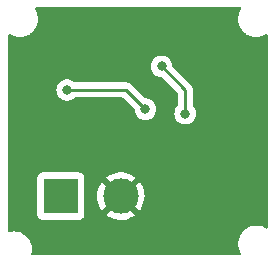
<source format=gbr>
G04 #@! TF.GenerationSoftware,KiCad,Pcbnew,(6.0.4)*
G04 #@! TF.CreationDate,2023-02-21T11:54:07-08:00*
G04 #@! TF.ProjectId,Lab4_Exercise2,4c616234-5f45-4786-9572-63697365322e,rev?*
G04 #@! TF.SameCoordinates,Original*
G04 #@! TF.FileFunction,Copper,L2,Bot*
G04 #@! TF.FilePolarity,Positive*
%FSLAX46Y46*%
G04 Gerber Fmt 4.6, Leading zero omitted, Abs format (unit mm)*
G04 Created by KiCad (PCBNEW (6.0.4)) date 2023-02-21 11:54:07*
%MOMM*%
%LPD*%
G01*
G04 APERTURE LIST*
G04 #@! TA.AperFunction,ComponentPad*
%ADD10R,3.000000X3.000000*%
G04 #@! TD*
G04 #@! TA.AperFunction,ComponentPad*
%ADD11C,3.000000*%
G04 #@! TD*
G04 #@! TA.AperFunction,ViaPad*
%ADD12C,0.800000*%
G04 #@! TD*
G04 #@! TA.AperFunction,Conductor*
%ADD13C,0.250000*%
G04 #@! TD*
G04 APERTURE END LIST*
D10*
G04 #@! TO.P,J1,1,Pin_1*
G04 #@! TO.N,+9V*
X148460000Y-103000000D03*
D11*
G04 #@! TO.P,J1,2,Pin_2*
G04 #@! TO.N,GND*
X153540000Y-103000000D03*
G04 #@! TD*
D12*
G04 #@! TO.N,GND*
X153000000Y-100000000D03*
X151000000Y-92000000D03*
G04 #@! TO.N,/pin_2*
X155635000Y-95635000D03*
X149000000Y-94000000D03*
G04 #@! TO.N,+9V*
X159000000Y-96000000D03*
X157000000Y-92000000D03*
G04 #@! TD*
D13*
G04 #@! TO.N,GND*
X145000000Y-96000000D02*
X149000000Y-100000000D01*
X149000000Y-92000000D02*
X145000000Y-96000000D01*
X149000000Y-100000000D02*
X153000000Y-100000000D01*
X151000000Y-92000000D02*
X149000000Y-92000000D01*
G04 #@! TO.N,/pin_2*
X154000000Y-94000000D02*
X155635000Y-95635000D01*
X149000000Y-94000000D02*
X154000000Y-94000000D01*
G04 #@! TO.N,+9V*
X159000000Y-94000000D02*
X159000000Y-96000000D01*
X157000000Y-92000000D02*
X159000000Y-94000000D01*
G04 #@! TD*
G04 #@! TA.AperFunction,Conductor*
G04 #@! TO.N,GND*
G36*
X163686721Y-87020002D02*
G01*
X163733214Y-87073658D01*
X163743318Y-87143932D01*
X163726033Y-87191835D01*
X163651760Y-87313037D01*
X163560895Y-87532406D01*
X163559740Y-87537218D01*
X163513420Y-87730155D01*
X163505465Y-87763289D01*
X163487308Y-87993995D01*
X163486835Y-88000000D01*
X163505465Y-88236711D01*
X163506619Y-88241518D01*
X163506620Y-88241524D01*
X163536601Y-88366401D01*
X163560895Y-88467594D01*
X163651760Y-88686963D01*
X163654346Y-88691183D01*
X163773241Y-88885202D01*
X163773245Y-88885208D01*
X163775824Y-88889416D01*
X163930031Y-89069969D01*
X164110584Y-89224176D01*
X164114792Y-89226755D01*
X164114798Y-89226759D01*
X164255986Y-89313279D01*
X164313037Y-89348240D01*
X164317607Y-89350133D01*
X164317611Y-89350135D01*
X164527833Y-89437211D01*
X164532406Y-89439105D01*
X164612609Y-89458360D01*
X164758476Y-89493380D01*
X164758482Y-89493381D01*
X164763289Y-89494535D01*
X165000000Y-89513165D01*
X165236711Y-89494535D01*
X165241518Y-89493381D01*
X165241524Y-89493380D01*
X165387391Y-89458360D01*
X165467594Y-89439105D01*
X165472167Y-89437211D01*
X165682389Y-89350135D01*
X165682393Y-89350133D01*
X165686963Y-89348240D01*
X165808165Y-89273967D01*
X165876698Y-89255429D01*
X165944375Y-89276885D01*
X165989708Y-89331524D01*
X166000000Y-89381400D01*
X166000000Y-105618600D01*
X165979998Y-105686721D01*
X165926342Y-105733214D01*
X165856068Y-105743318D01*
X165808165Y-105726033D01*
X165691183Y-105654346D01*
X165686963Y-105651760D01*
X165682393Y-105649867D01*
X165682389Y-105649865D01*
X165472167Y-105562789D01*
X165472165Y-105562788D01*
X165467594Y-105560895D01*
X165387391Y-105541640D01*
X165241524Y-105506620D01*
X165241518Y-105506619D01*
X165236711Y-105505465D01*
X165000000Y-105486835D01*
X164763289Y-105505465D01*
X164758482Y-105506619D01*
X164758476Y-105506620D01*
X164612609Y-105541640D01*
X164532406Y-105560895D01*
X164527835Y-105562788D01*
X164527833Y-105562789D01*
X164317611Y-105649865D01*
X164317607Y-105649867D01*
X164313037Y-105651760D01*
X164308817Y-105654346D01*
X164114798Y-105773241D01*
X164114792Y-105773245D01*
X164110584Y-105775824D01*
X163930031Y-105930031D01*
X163775824Y-106110584D01*
X163773245Y-106114792D01*
X163773241Y-106114798D01*
X163654346Y-106308817D01*
X163651760Y-106313037D01*
X163649867Y-106317607D01*
X163649865Y-106317611D01*
X163603300Y-106430031D01*
X163560895Y-106532406D01*
X163559740Y-106537218D01*
X163513420Y-106730155D01*
X163505465Y-106763289D01*
X163487308Y-106993995D01*
X163486835Y-107000000D01*
X163487223Y-107004930D01*
X163487223Y-107004933D01*
X163489385Y-107032406D01*
X163505465Y-107236711D01*
X163506619Y-107241518D01*
X163506620Y-107241524D01*
X163534175Y-107356299D01*
X163560895Y-107467594D01*
X163562788Y-107472165D01*
X163562789Y-107472167D01*
X163629066Y-107632174D01*
X163651760Y-107686963D01*
X163654346Y-107691183D01*
X163726033Y-107808165D01*
X163744571Y-107876698D01*
X163723115Y-107944375D01*
X163668476Y-107989708D01*
X163618600Y-108000000D01*
X146091156Y-108000000D01*
X146023035Y-107979998D01*
X145976542Y-107926342D01*
X145966438Y-107856068D01*
X145968637Y-107844586D01*
X145993380Y-107741524D01*
X145993381Y-107741518D01*
X145994535Y-107736711D01*
X146013165Y-107500000D01*
X145994535Y-107263289D01*
X145988155Y-107236711D01*
X145940260Y-107037218D01*
X145939105Y-107032406D01*
X145930656Y-107012008D01*
X145850135Y-106817611D01*
X145850133Y-106817607D01*
X145848240Y-106813037D01*
X145733442Y-106625704D01*
X145726759Y-106614798D01*
X145726755Y-106614792D01*
X145724176Y-106610584D01*
X145569969Y-106430031D01*
X145389416Y-106275824D01*
X145385208Y-106273245D01*
X145385202Y-106273241D01*
X145191183Y-106154346D01*
X145186963Y-106151760D01*
X145182393Y-106149867D01*
X145182389Y-106149865D01*
X144972167Y-106062789D01*
X144972165Y-106062788D01*
X144967594Y-106060895D01*
X144887391Y-106041640D01*
X144741524Y-106006620D01*
X144741518Y-106006619D01*
X144736711Y-106005465D01*
X144500000Y-105986835D01*
X144263289Y-106005465D01*
X144258482Y-106006619D01*
X144258476Y-106006620D01*
X144155414Y-106031363D01*
X144084506Y-106027816D01*
X144026772Y-105986496D01*
X144000542Y-105920522D01*
X144000000Y-105908844D01*
X144000000Y-104548134D01*
X146451500Y-104548134D01*
X146458255Y-104610316D01*
X146509385Y-104746705D01*
X146596739Y-104863261D01*
X146713295Y-104950615D01*
X146849684Y-105001745D01*
X146911866Y-105008500D01*
X150008134Y-105008500D01*
X150070316Y-105001745D01*
X150206705Y-104950615D01*
X150323261Y-104863261D01*
X150410615Y-104746705D01*
X150461745Y-104610316D01*
X150463990Y-104589654D01*
X152315618Y-104589654D01*
X152322673Y-104599627D01*
X152353679Y-104625551D01*
X152360598Y-104630579D01*
X152585272Y-104771515D01*
X152592807Y-104775556D01*
X152834520Y-104884694D01*
X152842551Y-104887680D01*
X153096832Y-104963002D01*
X153105184Y-104964869D01*
X153367340Y-105004984D01*
X153375874Y-105005700D01*
X153641045Y-105009867D01*
X153649596Y-105009418D01*
X153912883Y-104977557D01*
X153921284Y-104975955D01*
X154177824Y-104908653D01*
X154185926Y-104905926D01*
X154430949Y-104804434D01*
X154438617Y-104800628D01*
X154667598Y-104666822D01*
X154674679Y-104662009D01*
X154754655Y-104599301D01*
X154763125Y-104587442D01*
X154756608Y-104575818D01*
X153552812Y-103372022D01*
X153538868Y-103364408D01*
X153537035Y-103364539D01*
X153530420Y-103368790D01*
X152322910Y-104576300D01*
X152315618Y-104589654D01*
X150463990Y-104589654D01*
X150468500Y-104548134D01*
X150468500Y-102983204D01*
X151527665Y-102983204D01*
X151542932Y-103247969D01*
X151544005Y-103256470D01*
X151595065Y-103516722D01*
X151597276Y-103524974D01*
X151683184Y-103775894D01*
X151686499Y-103783779D01*
X151805664Y-104020713D01*
X151810020Y-104028079D01*
X151939347Y-104216250D01*
X151949601Y-104224594D01*
X151963342Y-104217448D01*
X153167978Y-103012812D01*
X153174356Y-103001132D01*
X153904408Y-103001132D01*
X153904539Y-103002965D01*
X153908790Y-103009580D01*
X155115730Y-104216520D01*
X155127939Y-104223187D01*
X155139439Y-104214497D01*
X155236831Y-104081913D01*
X155241418Y-104074685D01*
X155367962Y-103841621D01*
X155371530Y-103833827D01*
X155465271Y-103585750D01*
X155467748Y-103577544D01*
X155526954Y-103319038D01*
X155528294Y-103310577D01*
X155552031Y-103044616D01*
X155552277Y-103039677D01*
X155552666Y-103002485D01*
X155552523Y-102997519D01*
X155534362Y-102731123D01*
X155533201Y-102722649D01*
X155479419Y-102462944D01*
X155477120Y-102454709D01*
X155388588Y-102204705D01*
X155385191Y-102196854D01*
X155263550Y-101961178D01*
X155259122Y-101953866D01*
X155140031Y-101784417D01*
X155129509Y-101776037D01*
X155116121Y-101783089D01*
X153912022Y-102987188D01*
X153904408Y-103001132D01*
X153174356Y-103001132D01*
X153175592Y-102998868D01*
X153175461Y-102997035D01*
X153171210Y-102990420D01*
X151963814Y-101783024D01*
X151951804Y-101776466D01*
X151940064Y-101785434D01*
X151831935Y-101935911D01*
X151827418Y-101943196D01*
X151703325Y-102177567D01*
X151699839Y-102185395D01*
X151608700Y-102434446D01*
X151606311Y-102442670D01*
X151549812Y-102701795D01*
X151548563Y-102710250D01*
X151527754Y-102974653D01*
X151527665Y-102983204D01*
X150468500Y-102983204D01*
X150468500Y-101451866D01*
X150464224Y-101412500D01*
X152316584Y-101412500D01*
X152322980Y-101423770D01*
X153527188Y-102627978D01*
X153541132Y-102635592D01*
X153542965Y-102635461D01*
X153549580Y-102631210D01*
X154756604Y-101424186D01*
X154763795Y-101411017D01*
X154756473Y-101400780D01*
X154709233Y-101362115D01*
X154702261Y-101357160D01*
X154476122Y-101218582D01*
X154468552Y-101214624D01*
X154225704Y-101108022D01*
X154217644Y-101105120D01*
X153962592Y-101032467D01*
X153954214Y-101030685D01*
X153691656Y-100993318D01*
X153683111Y-100992691D01*
X153417908Y-100991302D01*
X153409374Y-100991839D01*
X153146433Y-101026456D01*
X153138035Y-101028149D01*
X152882238Y-101098127D01*
X152874143Y-101100946D01*
X152630199Y-101204997D01*
X152622577Y-101208881D01*
X152395013Y-101345075D01*
X152387981Y-101349962D01*
X152325053Y-101400377D01*
X152316584Y-101412500D01*
X150464224Y-101412500D01*
X150461745Y-101389684D01*
X150410615Y-101253295D01*
X150323261Y-101136739D01*
X150206705Y-101049385D01*
X150070316Y-100998255D01*
X150008134Y-100991500D01*
X146911866Y-100991500D01*
X146849684Y-100998255D01*
X146713295Y-101049385D01*
X146596739Y-101136739D01*
X146509385Y-101253295D01*
X146458255Y-101389684D01*
X146451500Y-101451866D01*
X146451500Y-104548134D01*
X144000000Y-104548134D01*
X144000000Y-94000000D01*
X148086496Y-94000000D01*
X148106458Y-94189928D01*
X148165473Y-94371556D01*
X148260960Y-94536944D01*
X148388747Y-94678866D01*
X148543248Y-94791118D01*
X148549276Y-94793802D01*
X148549278Y-94793803D01*
X148661758Y-94843882D01*
X148717712Y-94868794D01*
X148811112Y-94888647D01*
X148898056Y-94907128D01*
X148898061Y-94907128D01*
X148904513Y-94908500D01*
X149095487Y-94908500D01*
X149101939Y-94907128D01*
X149101944Y-94907128D01*
X149188887Y-94888647D01*
X149282288Y-94868794D01*
X149338242Y-94843882D01*
X149450722Y-94793803D01*
X149450724Y-94793802D01*
X149456752Y-94791118D01*
X149491041Y-94766206D01*
X149596486Y-94689595D01*
X149611253Y-94678866D01*
X149615668Y-94673963D01*
X149620580Y-94669540D01*
X149621705Y-94670789D01*
X149675014Y-94637949D01*
X149708200Y-94633500D01*
X153685406Y-94633500D01*
X153753527Y-94653502D01*
X153774501Y-94670405D01*
X154687878Y-95583782D01*
X154721904Y-95646094D01*
X154724093Y-95659707D01*
X154739897Y-95810072D01*
X154741458Y-95824928D01*
X154800473Y-96006556D01*
X154895960Y-96171944D01*
X154900378Y-96176851D01*
X154900379Y-96176852D01*
X155019325Y-96308955D01*
X155023747Y-96313866D01*
X155178248Y-96426118D01*
X155184276Y-96428802D01*
X155184278Y-96428803D01*
X155346681Y-96501109D01*
X155352712Y-96503794D01*
X155446112Y-96523647D01*
X155533056Y-96542128D01*
X155533061Y-96542128D01*
X155539513Y-96543500D01*
X155730487Y-96543500D01*
X155736939Y-96542128D01*
X155736944Y-96542128D01*
X155823888Y-96523647D01*
X155917288Y-96503794D01*
X155923319Y-96501109D01*
X156085722Y-96428803D01*
X156085724Y-96428802D01*
X156091752Y-96426118D01*
X156246253Y-96313866D01*
X156250675Y-96308955D01*
X156369621Y-96176852D01*
X156369622Y-96176851D01*
X156374040Y-96171944D01*
X156469527Y-96006556D01*
X156528542Y-95824928D01*
X156530104Y-95810072D01*
X156547814Y-95641565D01*
X156548504Y-95635000D01*
X156528542Y-95445072D01*
X156469527Y-95263444D01*
X156374040Y-95098056D01*
X156246253Y-94956134D01*
X156091752Y-94843882D01*
X156085724Y-94841198D01*
X156085722Y-94841197D01*
X155923319Y-94768891D01*
X155923318Y-94768891D01*
X155917288Y-94766206D01*
X155823887Y-94746353D01*
X155736944Y-94727872D01*
X155736939Y-94727872D01*
X155730487Y-94726500D01*
X155674595Y-94726500D01*
X155606474Y-94706498D01*
X155585500Y-94689595D01*
X154503652Y-93607747D01*
X154496112Y-93599461D01*
X154492000Y-93592982D01*
X154485953Y-93587303D01*
X154442349Y-93546357D01*
X154439507Y-93543602D01*
X154419770Y-93523865D01*
X154416573Y-93521385D01*
X154407551Y-93513680D01*
X154381100Y-93488841D01*
X154375321Y-93483414D01*
X154368375Y-93479595D01*
X154368372Y-93479593D01*
X154357566Y-93473652D01*
X154341047Y-93462801D01*
X154335048Y-93458148D01*
X154325041Y-93450386D01*
X154317772Y-93447241D01*
X154317768Y-93447238D01*
X154284463Y-93432826D01*
X154273813Y-93427609D01*
X154235060Y-93406305D01*
X154215437Y-93401267D01*
X154196734Y-93394863D01*
X154185420Y-93389967D01*
X154185419Y-93389967D01*
X154178145Y-93386819D01*
X154170322Y-93385580D01*
X154170312Y-93385577D01*
X154134476Y-93379901D01*
X154122856Y-93377495D01*
X154087711Y-93368472D01*
X154087710Y-93368472D01*
X154080030Y-93366500D01*
X154059776Y-93366500D01*
X154040065Y-93364949D01*
X154027886Y-93363020D01*
X154020057Y-93361780D01*
X154012165Y-93362526D01*
X153976039Y-93365941D01*
X153964181Y-93366500D01*
X149708200Y-93366500D01*
X149640079Y-93346498D01*
X149620853Y-93330157D01*
X149620580Y-93330460D01*
X149615668Y-93326037D01*
X149611253Y-93321134D01*
X149456752Y-93208882D01*
X149450724Y-93206198D01*
X149450722Y-93206197D01*
X149288319Y-93133891D01*
X149288318Y-93133891D01*
X149282288Y-93131206D01*
X149188888Y-93111353D01*
X149101944Y-93092872D01*
X149101939Y-93092872D01*
X149095487Y-93091500D01*
X148904513Y-93091500D01*
X148898061Y-93092872D01*
X148898056Y-93092872D01*
X148811112Y-93111353D01*
X148717712Y-93131206D01*
X148711682Y-93133891D01*
X148711681Y-93133891D01*
X148549278Y-93206197D01*
X148549276Y-93206198D01*
X148543248Y-93208882D01*
X148388747Y-93321134D01*
X148384326Y-93326044D01*
X148384325Y-93326045D01*
X148275203Y-93447238D01*
X148260960Y-93463056D01*
X148246073Y-93488841D01*
X148180148Y-93603027D01*
X148165473Y-93628444D01*
X148106458Y-93810072D01*
X148105768Y-93816633D01*
X148105768Y-93816635D01*
X148096995Y-93900110D01*
X148086496Y-94000000D01*
X144000000Y-94000000D01*
X144000000Y-92000000D01*
X156086496Y-92000000D01*
X156106458Y-92189928D01*
X156165473Y-92371556D01*
X156260960Y-92536944D01*
X156388747Y-92678866D01*
X156543248Y-92791118D01*
X156549276Y-92793802D01*
X156549278Y-92793803D01*
X156711681Y-92866109D01*
X156717712Y-92868794D01*
X156811112Y-92888647D01*
X156898056Y-92907128D01*
X156898061Y-92907128D01*
X156904513Y-92908500D01*
X156960406Y-92908500D01*
X157028527Y-92928502D01*
X157049501Y-92945405D01*
X158329595Y-94225500D01*
X158363621Y-94287812D01*
X158366500Y-94314595D01*
X158366500Y-95297476D01*
X158346498Y-95365597D01*
X158334142Y-95381779D01*
X158260960Y-95463056D01*
X158165473Y-95628444D01*
X158106458Y-95810072D01*
X158105768Y-95816633D01*
X158105768Y-95816635D01*
X158104237Y-95831206D01*
X158086496Y-96000000D01*
X158087186Y-96006565D01*
X158105084Y-96176852D01*
X158106458Y-96189928D01*
X158165473Y-96371556D01*
X158260960Y-96536944D01*
X158388747Y-96678866D01*
X158543248Y-96791118D01*
X158549276Y-96793802D01*
X158549278Y-96793803D01*
X158711681Y-96866109D01*
X158717712Y-96868794D01*
X158811112Y-96888647D01*
X158898056Y-96907128D01*
X158898061Y-96907128D01*
X158904513Y-96908500D01*
X159095487Y-96908500D01*
X159101939Y-96907128D01*
X159101944Y-96907128D01*
X159188888Y-96888647D01*
X159282288Y-96868794D01*
X159288319Y-96866109D01*
X159450722Y-96793803D01*
X159450724Y-96793802D01*
X159456752Y-96791118D01*
X159611253Y-96678866D01*
X159739040Y-96536944D01*
X159834527Y-96371556D01*
X159893542Y-96189928D01*
X159894917Y-96176852D01*
X159912814Y-96006565D01*
X159913504Y-96000000D01*
X159895763Y-95831206D01*
X159894232Y-95816635D01*
X159894232Y-95816633D01*
X159893542Y-95810072D01*
X159834527Y-95628444D01*
X159739040Y-95463056D01*
X159665863Y-95381785D01*
X159635147Y-95317779D01*
X159633500Y-95297476D01*
X159633500Y-94078767D01*
X159634027Y-94067584D01*
X159635702Y-94060091D01*
X159633562Y-93992014D01*
X159633500Y-93988055D01*
X159633500Y-93960144D01*
X159632995Y-93956144D01*
X159632062Y-93944301D01*
X159630922Y-93908029D01*
X159630673Y-93900110D01*
X159625022Y-93880658D01*
X159621014Y-93861306D01*
X159619467Y-93849063D01*
X159618474Y-93841203D01*
X159615556Y-93833832D01*
X159602200Y-93800097D01*
X159598355Y-93788870D01*
X159597721Y-93786687D01*
X159586018Y-93746407D01*
X159575707Y-93728972D01*
X159567012Y-93711224D01*
X159559552Y-93692383D01*
X159533564Y-93656613D01*
X159527048Y-93646693D01*
X159508580Y-93615465D01*
X159508578Y-93615462D01*
X159504542Y-93608638D01*
X159490221Y-93594317D01*
X159477380Y-93579283D01*
X159470131Y-93569306D01*
X159465472Y-93562893D01*
X159431395Y-93534702D01*
X159422616Y-93526712D01*
X157947122Y-92051217D01*
X157913096Y-91988905D01*
X157910907Y-91975292D01*
X157894232Y-91816635D01*
X157894232Y-91816633D01*
X157893542Y-91810072D01*
X157834527Y-91628444D01*
X157739040Y-91463056D01*
X157611253Y-91321134D01*
X157456752Y-91208882D01*
X157450724Y-91206198D01*
X157450722Y-91206197D01*
X157288319Y-91133891D01*
X157288318Y-91133891D01*
X157282288Y-91131206D01*
X157188888Y-91111353D01*
X157101944Y-91092872D01*
X157101939Y-91092872D01*
X157095487Y-91091500D01*
X156904513Y-91091500D01*
X156898061Y-91092872D01*
X156898056Y-91092872D01*
X156811112Y-91111353D01*
X156717712Y-91131206D01*
X156711682Y-91133891D01*
X156711681Y-91133891D01*
X156549278Y-91206197D01*
X156549276Y-91206198D01*
X156543248Y-91208882D01*
X156388747Y-91321134D01*
X156260960Y-91463056D01*
X156165473Y-91628444D01*
X156106458Y-91810072D01*
X156086496Y-92000000D01*
X144000000Y-92000000D01*
X144000000Y-89381400D01*
X144020002Y-89313279D01*
X144073658Y-89266786D01*
X144143932Y-89256682D01*
X144191835Y-89273967D01*
X144313037Y-89348240D01*
X144317607Y-89350133D01*
X144317611Y-89350135D01*
X144527833Y-89437211D01*
X144532406Y-89439105D01*
X144612609Y-89458360D01*
X144758476Y-89493380D01*
X144758482Y-89493381D01*
X144763289Y-89494535D01*
X145000000Y-89513165D01*
X145236711Y-89494535D01*
X145241518Y-89493381D01*
X145241524Y-89493380D01*
X145387391Y-89458360D01*
X145467594Y-89439105D01*
X145472167Y-89437211D01*
X145682389Y-89350135D01*
X145682393Y-89350133D01*
X145686963Y-89348240D01*
X145744014Y-89313279D01*
X145885202Y-89226759D01*
X145885208Y-89226755D01*
X145889416Y-89224176D01*
X146069969Y-89069969D01*
X146224176Y-88889416D01*
X146226755Y-88885208D01*
X146226759Y-88885202D01*
X146345654Y-88691183D01*
X146348240Y-88686963D01*
X146439105Y-88467594D01*
X146463399Y-88366401D01*
X146493380Y-88241524D01*
X146493381Y-88241518D01*
X146494535Y-88236711D01*
X146513165Y-88000000D01*
X146494535Y-87763289D01*
X146486581Y-87730155D01*
X146440260Y-87537218D01*
X146439105Y-87532406D01*
X146348240Y-87313037D01*
X146273967Y-87191835D01*
X146255429Y-87123302D01*
X146276885Y-87055625D01*
X146331524Y-87010292D01*
X146381400Y-87000000D01*
X163618600Y-87000000D01*
X163686721Y-87020002D01*
G37*
G04 #@! TD.AperFunction*
G04 #@! TD*
M02*

</source>
